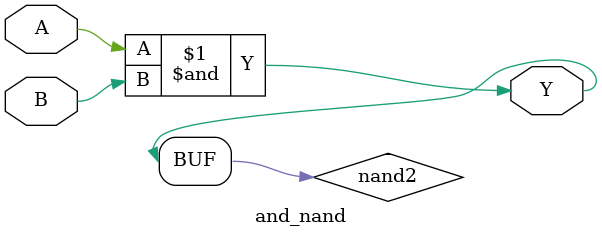
<source format=v>
module and_nand (
    input A,
    input B,
    output Y
);

    wire nand1;
    wire nand2;
    wire nand3;

    nand nand_gate1(nand1, A, B);
    nand nand_gate2(nand2, nand1, nand1);
    nand nand_gate3(nand3, nand2, nand2);
    nand nand_gate4(Y, nand3, nand3);

endmodule
</source>
